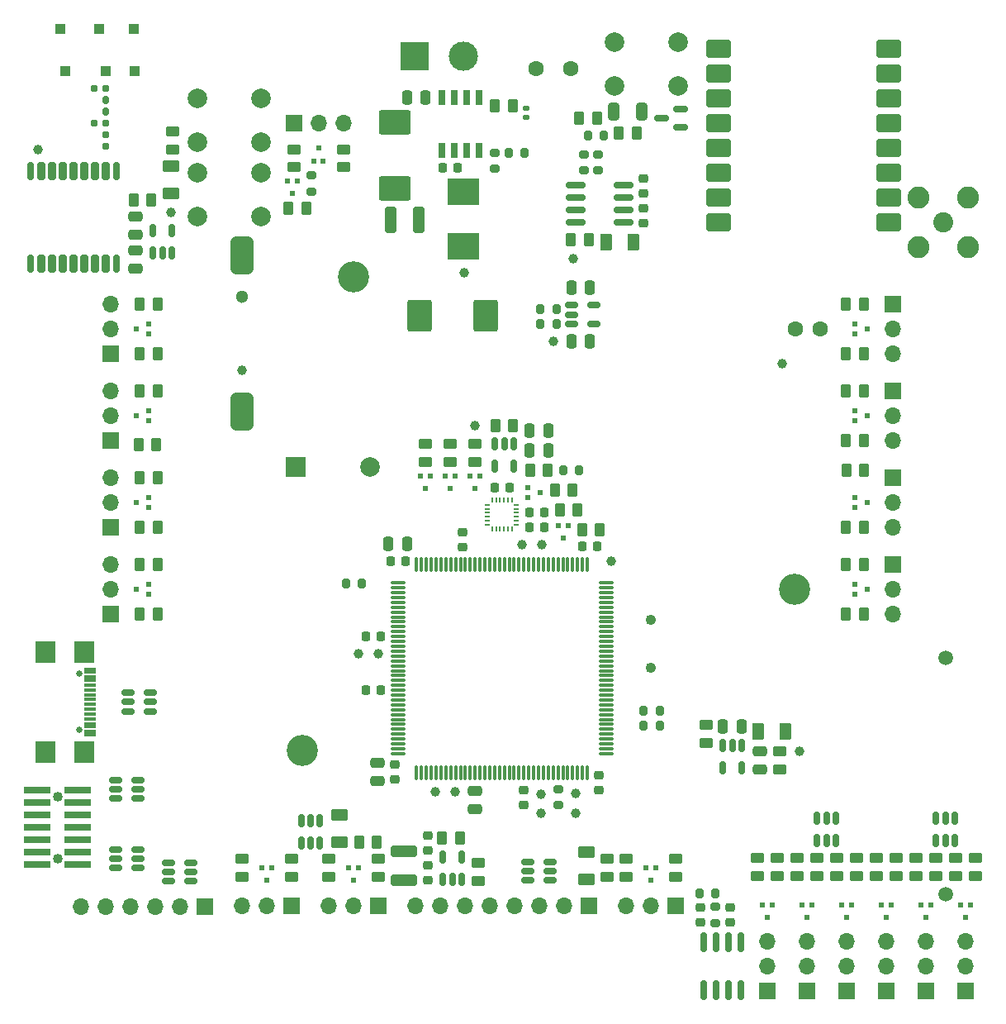
<source format=gts>
%TF.GenerationSoftware,KiCad,Pcbnew,7.0.9*%
%TF.CreationDate,2023-11-27T13:52:55+01:00*%
%TF.ProjectId,Avionus_Flight_Controller,4176696f-6e75-4735-9f46-6c696768745f,1.0*%
%TF.SameCoordinates,Original*%
%TF.FileFunction,Soldermask,Top*%
%TF.FilePolarity,Negative*%
%FSLAX46Y46*%
G04 Gerber Fmt 4.6, Leading zero omitted, Abs format (unit mm)*
G04 Created by KiCad (PCBNEW 7.0.9) date 2023-11-27 13:52:55*
%MOMM*%
%LPD*%
G01*
G04 APERTURE LIST*
G04 Aperture macros list*
%AMRoundRect*
0 Rectangle with rounded corners*
0 $1 Rounding radius*
0 $2 $3 $4 $5 $6 $7 $8 $9 X,Y pos of 4 corners*
0 Add a 4 corners polygon primitive as box body*
4,1,4,$2,$3,$4,$5,$6,$7,$8,$9,$2,$3,0*
0 Add four circle primitives for the rounded corners*
1,1,$1+$1,$2,$3*
1,1,$1+$1,$4,$5*
1,1,$1+$1,$6,$7*
1,1,$1+$1,$8,$9*
0 Add four rect primitives between the rounded corners*
20,1,$1+$1,$2,$3,$4,$5,0*
20,1,$1+$1,$4,$5,$6,$7,0*
20,1,$1+$1,$6,$7,$8,$9,0*
20,1,$1+$1,$8,$9,$2,$3,0*%
G04 Aperture macros list end*
%ADD10RoundRect,0.200000X-0.200000X-0.275000X0.200000X-0.275000X0.200000X0.275000X-0.200000X0.275000X0*%
%ADD11C,2.050000*%
%ADD12C,2.250000*%
%ADD13RoundRect,0.250000X0.262500X0.450000X-0.262500X0.450000X-0.262500X-0.450000X0.262500X-0.450000X0*%
%ADD14R,0.500000X0.600000*%
%ADD15RoundRect,0.225000X0.250000X-0.225000X0.250000X0.225000X-0.250000X0.225000X-0.250000X-0.225000X0*%
%ADD16RoundRect,0.250000X-0.625000X0.375000X-0.625000X-0.375000X0.625000X-0.375000X0.625000X0.375000X0*%
%ADD17R,1.700000X1.700000*%
%ADD18O,1.700000X1.700000*%
%ADD19RoundRect,0.225000X0.225000X0.250000X-0.225000X0.250000X-0.225000X-0.250000X0.225000X-0.250000X0*%
%ADD20RoundRect,0.150000X0.512500X0.150000X-0.512500X0.150000X-0.512500X-0.150000X0.512500X-0.150000X0*%
%ADD21RoundRect,0.200000X0.275000X-0.200000X0.275000X0.200000X-0.275000X0.200000X-0.275000X-0.200000X0*%
%ADD22C,1.000000*%
%ADD23C,1.080000*%
%ADD24RoundRect,0.250000X-0.262500X-0.450000X0.262500X-0.450000X0.262500X0.450000X-0.262500X0.450000X0*%
%ADD25RoundRect,0.250000X0.325000X0.650000X-0.325000X0.650000X-0.325000X-0.650000X0.325000X-0.650000X0*%
%ADD26RoundRect,0.225000X-0.250000X0.225000X-0.250000X-0.225000X0.250000X-0.225000X0.250000X0.225000X0*%
%ADD27C,2.000000*%
%ADD28RoundRect,0.150000X0.150000X-0.825000X0.150000X0.825000X-0.150000X0.825000X-0.150000X-0.825000X0*%
%ADD29R,0.600000X0.500000*%
%ADD30RoundRect,0.250000X-0.250000X-0.475000X0.250000X-0.475000X0.250000X0.475000X-0.250000X0.475000X0*%
%ADD31RoundRect,0.150000X-0.825000X-0.150000X0.825000X-0.150000X0.825000X0.150000X-0.825000X0.150000X0*%
%ADD32RoundRect,0.250000X0.450000X-0.262500X0.450000X0.262500X-0.450000X0.262500X-0.450000X-0.262500X0*%
%ADD33C,1.600000*%
%ADD34RoundRect,0.160000X-0.160000X0.197500X-0.160000X-0.197500X0.160000X-0.197500X0.160000X0.197500X0*%
%ADD35RoundRect,0.200000X-0.275000X0.200000X-0.275000X-0.200000X0.275000X-0.200000X0.275000X0.200000X0*%
%ADD36C,3.200000*%
%ADD37RoundRect,0.150000X-0.512500X-0.150000X0.512500X-0.150000X0.512500X0.150000X-0.512500X0.150000X0*%
%ADD38RoundRect,0.250000X0.375000X0.625000X-0.375000X0.625000X-0.375000X-0.625000X0.375000X-0.625000X0*%
%ADD39RoundRect,0.150000X-0.150000X0.512500X-0.150000X-0.512500X0.150000X-0.512500X0.150000X0.512500X0*%
%ADD40RoundRect,0.250000X0.475000X-0.250000X0.475000X0.250000X-0.475000X0.250000X-0.475000X-0.250000X0*%
%ADD41RoundRect,0.250000X1.400000X1.000000X-1.400000X1.000000X-1.400000X-1.000000X1.400000X-1.000000X0*%
%ADD42RoundRect,0.155000X-0.212500X-0.155000X0.212500X-0.155000X0.212500X0.155000X-0.212500X0.155000X0*%
%ADD43RoundRect,0.250000X-0.375000X-0.625000X0.375000X-0.625000X0.375000X0.625000X-0.375000X0.625000X0*%
%ADD44RoundRect,0.050000X0.050000X-0.225000X0.050000X0.225000X-0.050000X0.225000X-0.050000X-0.225000X0*%
%ADD45RoundRect,0.050000X0.225000X0.050000X-0.225000X0.050000X-0.225000X-0.050000X0.225000X-0.050000X0*%
%ADD46RoundRect,0.250000X-0.475000X0.250000X-0.475000X-0.250000X0.475000X-0.250000X0.475000X0.250000X0*%
%ADD47RoundRect,0.150000X0.587500X0.150000X-0.587500X0.150000X-0.587500X-0.150000X0.587500X-0.150000X0*%
%ADD48RoundRect,0.150000X0.150000X-0.512500X0.150000X0.512500X-0.150000X0.512500X-0.150000X-0.512500X0*%
%ADD49RoundRect,0.200000X0.200000X0.275000X-0.200000X0.275000X-0.200000X-0.275000X0.200000X-0.275000X0*%
%ADD50R,3.200000X2.800000*%
%ADD51RoundRect,0.250000X-0.450000X0.262500X-0.450000X-0.262500X0.450000X-0.262500X0.450000X0.262500X0*%
%ADD52RoundRect,0.250000X0.325000X1.100000X-0.325000X1.100000X-0.325000X-1.100000X0.325000X-1.100000X0*%
%ADD53RoundRect,0.155000X0.212500X0.155000X-0.212500X0.155000X-0.212500X-0.155000X0.212500X-0.155000X0*%
%ADD54RoundRect,0.250000X0.250000X0.475000X-0.250000X0.475000X-0.250000X-0.475000X0.250000X-0.475000X0*%
%ADD55C,0.650000*%
%ADD56R,1.150000X0.300000*%
%ADD57R,2.000000X2.180000*%
%ADD58RoundRect,0.225000X-0.225000X-0.250000X0.225000X-0.250000X0.225000X0.250000X-0.225000X0.250000X0*%
%ADD59RoundRect,0.160000X0.160000X-0.222500X0.160000X0.222500X-0.160000X0.222500X-0.160000X-0.222500X0*%
%ADD60R,0.650000X1.525000*%
%ADD61RoundRect,0.250000X-1.000000X1.400000X-1.000000X-1.400000X1.000000X-1.400000X1.000000X1.400000X0*%
%ADD62C,1.300000*%
%ADD63RoundRect,0.600000X0.600000X-1.350000X0.600000X1.350000X-0.600000X1.350000X-0.600000X-1.350000X0*%
%ADD64R,1.000000X1.000000*%
%ADD65RoundRect,0.140000X-0.170000X0.140000X-0.170000X-0.140000X0.170000X-0.140000X0.170000X0.140000X0*%
%ADD66RoundRect,0.075000X0.662500X0.075000X-0.662500X0.075000X-0.662500X-0.075000X0.662500X-0.075000X0*%
%ADD67RoundRect,0.075000X0.075000X0.662500X-0.075000X0.662500X-0.075000X-0.662500X0.075000X-0.662500X0*%
%ADD68RoundRect,0.178000X1.072000X0.712000X-1.072000X0.712000X-1.072000X-0.712000X1.072000X-0.712000X0*%
%ADD69R,3.000000X3.000000*%
%ADD70C,3.000000*%
%ADD71RoundRect,0.250000X1.100000X-0.325000X1.100000X0.325000X-1.100000X0.325000X-1.100000X-0.325000X0*%
%ADD72RoundRect,0.175000X0.175000X-0.725000X0.175000X0.725000X-0.175000X0.725000X-0.175000X-0.725000X0*%
%ADD73RoundRect,0.200000X0.200000X-0.700000X0.200000X0.700000X-0.200000X0.700000X-0.200000X-0.700000X0*%
%ADD74R,2.000000X2.000000*%
%ADD75C,1.020000*%
%ADD76R,2.790000X0.740000*%
%ADD77C,1.500000*%
G04 APERTURE END LIST*
D10*
%TO.C,R207*%
X76886300Y-39175800D03*
X78536300Y-39175800D03*
%TD*%
D11*
%TO.C,J901*%
X121412000Y-46228000D03*
D12*
X118872000Y-43688000D03*
X118872000Y-48768000D03*
X123952000Y-43688000D03*
X123952000Y-48768000D03*
%TD*%
D13*
%TO.C,R1221*%
X40917500Y-59690000D03*
X39092500Y-59690000D03*
%TD*%
D14*
%TO.C,Q1505*%
X73906000Y-72248000D03*
X72906000Y-72248000D03*
X73406000Y-73548000D03*
%TD*%
D13*
%TO.C,R1228*%
X113307500Y-86360000D03*
X111482500Y-86360000D03*
%TD*%
D15*
%TO.C,C212*%
X68580000Y-113678000D03*
X68580000Y-112128000D03*
%TD*%
D16*
%TO.C,D208*%
X59563000Y-106931000D03*
X59563000Y-109731000D03*
%TD*%
D17*
%TO.C,J1213*%
X116275000Y-54625000D03*
D18*
X116275000Y-57165000D03*
X116275000Y-59705000D03*
%TD*%
D19*
%TO.C,C208*%
X71641000Y-40690800D03*
X70091000Y-40690800D03*
%TD*%
D14*
%TO.C,Q1102*%
X61460000Y-112380000D03*
X60460000Y-112380000D03*
X60960000Y-113680000D03*
%TD*%
D20*
%TO.C,U1402*%
X44317500Y-113751400D03*
X44317500Y-112801400D03*
X44317500Y-111851400D03*
X42042500Y-111851400D03*
X42042500Y-112801400D03*
X42042500Y-113751400D03*
%TD*%
D14*
%TO.C,Q1101*%
X52570000Y-112380000D03*
X51570000Y-112380000D03*
X52070000Y-113680000D03*
%TD*%
D21*
%TO.C,R221*%
X98044000Y-118046000D03*
X98044000Y-116396000D03*
%TD*%
D17*
%TO.C,J1203*%
X111506000Y-124968000D03*
D18*
X111506000Y-122428000D03*
X111506000Y-119888000D03*
%TD*%
D22*
%TO.C,TP308*%
X83718400Y-104749600D03*
%TD*%
D23*
%TO.C,Y301*%
X91440000Y-86968000D03*
X91440000Y-91848000D03*
%TD*%
D24*
%TO.C,R1218*%
X39092500Y-63500000D03*
X40917500Y-63500000D03*
%TD*%
D20*
%TO.C,U402*%
X38881900Y-105293200D03*
X38881900Y-104343200D03*
X38881900Y-103393200D03*
X36606900Y-103393200D03*
X36606900Y-104343200D03*
X36606900Y-105293200D03*
%TD*%
D25*
%TO.C,C202*%
X90565500Y-34934000D03*
X87615500Y-34934000D03*
%TD*%
D26*
%TO.C,C220*%
X90678000Y-41770000D03*
X90678000Y-43320000D03*
%TD*%
D22*
%TO.C,TP801*%
X87376000Y-80975200D03*
%TD*%
D27*
%TO.C,SW201*%
X94245500Y-32258000D03*
X87745500Y-32258000D03*
X94245500Y-27758000D03*
X87745500Y-27758000D03*
%TD*%
D22*
%TO.C,TP302*%
X61468000Y-90474800D03*
%TD*%
D10*
%TO.C,R217*%
X80150200Y-55168800D03*
X81800200Y-55168800D03*
%TD*%
D28*
%TO.C,U209*%
X96901000Y-124903000D03*
X98171000Y-124903000D03*
X99441000Y-124903000D03*
X100711000Y-124903000D03*
X100711000Y-119953000D03*
X99441000Y-119953000D03*
X98171000Y-119953000D03*
X96901000Y-119953000D03*
%TD*%
D22*
%TO.C,TP305*%
X83718400Y-106781600D03*
%TD*%
D13*
%TO.C,R1223*%
X40917500Y-77470000D03*
X39092500Y-77470000D03*
%TD*%
D17*
%TO.C,J1201*%
X103378000Y-124968000D03*
D18*
X103378000Y-122428000D03*
X103378000Y-119888000D03*
%TD*%
D29*
%TO.C,Q1215*%
X112380000Y-74430000D03*
X112380000Y-75430000D03*
X113680000Y-74930000D03*
%TD*%
D22*
%TO.C,TP207*%
X72288400Y-51409600D03*
%TD*%
D13*
%TO.C,R1226*%
X113307500Y-68580000D03*
X111482500Y-68580000D03*
%TD*%
D29*
%TO.C,Q1212*%
X40020000Y-84320000D03*
X40020000Y-83320000D03*
X38720000Y-83820000D03*
%TD*%
D21*
%TO.C,R229*%
X56642000Y-43116000D03*
X56642000Y-41466000D03*
%TD*%
D30*
%TO.C,C218*%
X83317000Y-58420000D03*
X85217000Y-58420000D03*
%TD*%
D17*
%TO.C,J1102*%
X63485000Y-116275000D03*
D18*
X60945000Y-116275000D03*
X58405000Y-116275000D03*
%TD*%
D31*
%TO.C,U208*%
X83758000Y-42418000D03*
X83758000Y-43688000D03*
X83758000Y-44958000D03*
X83758000Y-46228000D03*
X88708000Y-46228000D03*
X88708000Y-44958000D03*
X88708000Y-43688000D03*
X88708000Y-42418000D03*
%TD*%
D32*
%TO.C,R1204*%
X116586000Y-113180500D03*
X116586000Y-111355500D03*
%TD*%
D13*
%TO.C,R228*%
X56157500Y-44831000D03*
X54332500Y-44831000D03*
%TD*%
D33*
%TO.C,C226*%
X106319000Y-57150000D03*
X108819000Y-57150000D03*
%TD*%
D10*
%TO.C,R303*%
X60185800Y-83261200D03*
X61835800Y-83261200D03*
%TD*%
D34*
%TO.C,R1001*%
X35558000Y-37260500D03*
X35558000Y-38455500D03*
%TD*%
D27*
%TO.C,SW301*%
X45010000Y-41184000D03*
X51510000Y-41184000D03*
X45010000Y-45684000D03*
X51510000Y-45684000D03*
%TD*%
D32*
%TO.C,R1214*%
X122682000Y-113180500D03*
X122682000Y-111355500D03*
%TD*%
D22*
%TO.C,TP301*%
X63500000Y-90474800D03*
%TD*%
D13*
%TO.C,R1224*%
X40917500Y-86360000D03*
X39092500Y-86360000D03*
%TD*%
D24*
%TO.C,R210*%
X84114000Y-35569000D03*
X85939000Y-35569000D03*
%TD*%
D13*
%TO.C,R202*%
X71905500Y-109347000D03*
X70080500Y-109347000D03*
%TD*%
D24*
%TO.C,R1220*%
X39092500Y-81280000D03*
X40917500Y-81280000D03*
%TD*%
D17*
%TO.C,J1214*%
X116275000Y-63515000D03*
D18*
X116275000Y-66055000D03*
X116275000Y-68595000D03*
%TD*%
D32*
%TO.C,R1202*%
X108458000Y-113180500D03*
X108458000Y-111355500D03*
%TD*%
D22*
%TO.C,TP206*%
X81473000Y-58420000D03*
%TD*%
D35*
%TO.C,R304*%
X81950000Y-104331000D03*
X81950000Y-105981000D03*
%TD*%
D17*
%TO.C,J1202*%
X107442000Y-124968000D03*
D18*
X107442000Y-122428000D03*
X107442000Y-119888000D03*
%TD*%
D22*
%TO.C,TP204*%
X73406000Y-67056000D03*
%TD*%
%TO.C,TP310*%
X71424800Y-104597200D03*
%TD*%
D30*
%TO.C,C210*%
X79060000Y-67564000D03*
X80960000Y-67564000D03*
%TD*%
D36*
%TO.C,H103*%
X60960000Y-51816000D03*
%TD*%
D22*
%TO.C,TP306*%
X80213200Y-106781600D03*
%TD*%
D32*
%TO.C,R1206*%
X106426000Y-113180500D03*
X106426000Y-111355500D03*
%TD*%
D37*
%TO.C,U207*%
X83378000Y-54742000D03*
X83378000Y-55692000D03*
X83378000Y-56642000D03*
X85653000Y-56642000D03*
X85653000Y-54742000D03*
%TD*%
D32*
%TO.C,R1215*%
X54849000Y-40583000D03*
X54849000Y-38758000D03*
%TD*%
D24*
%TO.C,R208*%
X75541500Y-67056000D03*
X77366500Y-67056000D03*
%TD*%
D33*
%TO.C,C205*%
X79720500Y-30489000D03*
X83220500Y-30489000D03*
%TD*%
D21*
%TO.C,R206*%
X75476100Y-40762800D03*
X75476100Y-39112800D03*
%TD*%
D15*
%TO.C,C224*%
X99568000Y-117996000D03*
X99568000Y-116446000D03*
%TD*%
D26*
%TO.C,C305*%
X65176400Y-101790200D03*
X65176400Y-103340200D03*
%TD*%
D32*
%TO.C,R1209*%
X120650000Y-113180500D03*
X120650000Y-111355500D03*
%TD*%
D26*
%TO.C,C221*%
X96520000Y-116446000D03*
X96520000Y-117996000D03*
%TD*%
D21*
%TO.C,R222*%
X86055200Y-40957000D03*
X86055200Y-39307000D03*
%TD*%
D14*
%TO.C,Q1205*%
X120134000Y-116190000D03*
X119134000Y-116190000D03*
X119634000Y-117490000D03*
%TD*%
D16*
%TO.C,D205*%
X42291000Y-40510000D03*
X42291000Y-43310000D03*
%TD*%
D17*
%TO.C,J1207*%
X54864000Y-36068000D03*
D18*
X57404000Y-36068000D03*
X59944000Y-36068000D03*
%TD*%
D26*
%TO.C,C316*%
X78450000Y-104381000D03*
X78450000Y-105931000D03*
%TD*%
D38*
%TO.C,D204*%
X89665000Y-48260000D03*
X86865000Y-48260000D03*
%TD*%
D22*
%TO.C,TP201*%
X106680000Y-100457000D03*
%TD*%
%TO.C,TP303*%
X80264000Y-79248000D03*
%TD*%
%TO.C,TP307*%
X80213200Y-104800400D03*
%TD*%
D17*
%TO.C,J1216*%
X116275000Y-81295000D03*
D18*
X116275000Y-83835000D03*
X116275000Y-86375000D03*
%TD*%
D39*
%TO.C,U201*%
X100772000Y-99827500D03*
X99822000Y-99827500D03*
X98872000Y-99827500D03*
X98872000Y-102102500D03*
X100772000Y-102102500D03*
%TD*%
D19*
%TO.C,C308*%
X66307000Y-80924400D03*
X64757000Y-80924400D03*
%TD*%
D40*
%TO.C,C203*%
X102616000Y-102296000D03*
X102616000Y-100396000D03*
%TD*%
D41*
%TO.C,D202*%
X65214500Y-42779000D03*
X65214500Y-35979000D03*
%TD*%
D32*
%TO.C,R1205*%
X102362000Y-113180500D03*
X102362000Y-111355500D03*
%TD*%
D39*
%TO.C,U205*%
X77404000Y-68966500D03*
X76454000Y-68966500D03*
X75504000Y-68966500D03*
X75504000Y-71241500D03*
X77404000Y-71241500D03*
%TD*%
D22*
%TO.C,TP1001*%
X28600400Y-38811200D03*
%TD*%
D14*
%TO.C,Q1203*%
X112006000Y-116190000D03*
X111006000Y-116190000D03*
X111506000Y-117490000D03*
%TD*%
D42*
%TO.C,C1001*%
X34423000Y-36080000D03*
X35558000Y-36080000D03*
%TD*%
D24*
%TO.C,R1217*%
X39092500Y-54610000D03*
X40917500Y-54610000D03*
%TD*%
D43*
%TO.C,D206*%
X102486000Y-98425000D03*
X105286000Y-98425000D03*
%TD*%
D14*
%TO.C,Q1202*%
X107942000Y-116190000D03*
X106942000Y-116190000D03*
X107442000Y-117490000D03*
%TD*%
D10*
%TO.C,R223*%
X96457000Y-114985800D03*
X98107000Y-114985800D03*
%TD*%
D44*
%TO.C,U1501*%
X75200000Y-77700000D03*
X75600000Y-77700000D03*
X76000000Y-77700000D03*
X76400000Y-77700000D03*
X76800000Y-77700000D03*
X77200000Y-77700000D03*
D45*
X77700000Y-77200000D03*
X77700000Y-76800000D03*
X77700000Y-76400000D03*
X77700000Y-76000000D03*
X77700000Y-75600000D03*
X77700000Y-75200000D03*
D44*
X77200000Y-74700000D03*
X76800000Y-74700000D03*
X76400000Y-74700000D03*
X76000000Y-74700000D03*
X75600000Y-74700000D03*
X75200000Y-74700000D03*
D45*
X74700000Y-75200000D03*
X74700000Y-75600000D03*
X74700000Y-76000000D03*
X74700000Y-76400000D03*
X74700000Y-76800000D03*
X74700000Y-77200000D03*
%TD*%
D13*
%TO.C,R1501*%
X80922500Y-71628000D03*
X79097500Y-71628000D03*
%TD*%
D17*
%TO.C,J1211*%
X36125000Y-77455000D03*
D18*
X36125000Y-74915000D03*
X36125000Y-72375000D03*
%TD*%
D29*
%TO.C,Q1216*%
X112380000Y-83320000D03*
X112380000Y-84320000D03*
X113680000Y-83820000D03*
%TD*%
D46*
%TO.C,C321*%
X73450000Y-104460000D03*
X73450000Y-106360000D03*
%TD*%
D47*
%TO.C,D201*%
X94473000Y-36519000D03*
X94473000Y-34619000D03*
X92598000Y-35569000D03*
%TD*%
D14*
%TO.C,Q1206*%
X124198000Y-116190000D03*
X123198000Y-116190000D03*
X123698000Y-117490000D03*
%TD*%
D32*
%TO.C,R1502*%
X68326000Y-70762500D03*
X68326000Y-68937500D03*
%TD*%
D14*
%TO.C,Q1201*%
X103878000Y-116190000D03*
X102878000Y-116190000D03*
X103378000Y-117490000D03*
%TD*%
D17*
%TO.C,J1210*%
X36125000Y-68565000D03*
D18*
X36125000Y-66025000D03*
X36125000Y-63485000D03*
%TD*%
D40*
%TO.C,C215*%
X38608000Y-47559000D03*
X38608000Y-45659000D03*
%TD*%
D36*
%TO.C,H102*%
X106172000Y-83820000D03*
%TD*%
D48*
%TO.C,U1201*%
X108524000Y-109595500D03*
X109474000Y-109595500D03*
X110424000Y-109595500D03*
X110424000Y-107320500D03*
X109474000Y-107320500D03*
X108524000Y-107320500D03*
%TD*%
D40*
%TO.C,C209*%
X38608000Y-50988000D03*
X38608000Y-49088000D03*
%TD*%
D49*
%TO.C,R302*%
X92392000Y-96266000D03*
X90742000Y-96266000D03*
%TD*%
D32*
%TO.C,R1208*%
X114554000Y-113180500D03*
X114554000Y-111355500D03*
%TD*%
D50*
%TO.C,L201*%
X72275700Y-43132200D03*
X72275700Y-48732200D03*
%TD*%
D49*
%TO.C,R301*%
X92392000Y-97790000D03*
X90742000Y-97790000D03*
%TD*%
D24*
%TO.C,R1503*%
X82145500Y-75692000D03*
X83970500Y-75692000D03*
%TD*%
D51*
%TO.C,R1306*%
X42418000Y-36933500D03*
X42418000Y-38758500D03*
%TD*%
D22*
%TO.C,TP203*%
X42291000Y-45212000D03*
%TD*%
D24*
%TO.C,R1231*%
X111507900Y-71628000D03*
X113332900Y-71628000D03*
%TD*%
%TO.C,R1506*%
X81637500Y-73660000D03*
X83462500Y-73660000D03*
%TD*%
%TO.C,R1219*%
X39092500Y-72390000D03*
X40917500Y-72390000D03*
%TD*%
D14*
%TO.C,Q1503*%
X82999200Y-77328000D03*
X81999200Y-77328000D03*
X82499200Y-78628000D03*
%TD*%
D48*
%TO.C,U1202*%
X120716000Y-109595500D03*
X121666000Y-109595500D03*
X122616000Y-109595500D03*
X122616000Y-107320500D03*
X121666000Y-107320500D03*
X120716000Y-107320500D03*
%TD*%
D32*
%TO.C,R232*%
X104648000Y-102258500D03*
X104648000Y-100433500D03*
%TD*%
D29*
%TO.C,Q1501*%
X78852000Y-73414000D03*
X78852000Y-74414000D03*
X80152000Y-73914000D03*
%TD*%
D14*
%TO.C,Q1204*%
X116070000Y-116190000D03*
X115070000Y-116190000D03*
X115570000Y-117490000D03*
%TD*%
D16*
%TO.C,D209*%
X84836000Y-110741000D03*
X84836000Y-113541000D03*
%TD*%
D52*
%TO.C,C219*%
X67705500Y-45983000D03*
X64755500Y-45983000D03*
%TD*%
D30*
%TO.C,C303*%
X64582000Y-79197200D03*
X66482000Y-79197200D03*
%TD*%
D32*
%TO.C,R1207*%
X110490000Y-113180500D03*
X110490000Y-111355500D03*
%TD*%
D53*
%TO.C,C1002*%
X35558000Y-32524000D03*
X34423000Y-32524000D03*
%TD*%
D22*
%TO.C,TP309*%
X69392800Y-104597200D03*
%TD*%
D54*
%TO.C,C206*%
X68348900Y-33435400D03*
X66448900Y-33435400D03*
%TD*%
D55*
%TO.C,J801*%
X32871972Y-92497600D03*
X32871972Y-98277600D03*
D56*
X33946972Y-92037600D03*
X33946972Y-92837600D03*
X33946972Y-94137600D03*
X33946972Y-95137600D03*
X33946972Y-95637600D03*
X33946972Y-96637600D03*
X33946972Y-97937600D03*
X33946972Y-98737600D03*
X33946972Y-98437600D03*
X33946972Y-97637600D03*
X33946972Y-97137600D03*
X33946972Y-96137600D03*
X33946972Y-94637600D03*
X33946972Y-93637600D03*
X33946972Y-93137600D03*
X33946972Y-92337600D03*
D57*
X33371972Y-90277600D03*
X29441972Y-90277600D03*
X33371972Y-100497600D03*
X29441972Y-100497600D03*
%TD*%
D32*
%TO.C,R1213*%
X118618000Y-113180500D03*
X118618000Y-111355500D03*
%TD*%
D17*
%TO.C,J1209*%
X36125000Y-59675000D03*
D18*
X36125000Y-57135000D03*
X36125000Y-54595000D03*
%TD*%
D13*
%TO.C,R1225*%
X113307500Y-59690000D03*
X111482500Y-59690000D03*
%TD*%
D19*
%TO.C,C307*%
X63767000Y-88685000D03*
X62217000Y-88685000D03*
%TD*%
D48*
%TO.C,U1101*%
X55641200Y-109798700D03*
X56591200Y-109798700D03*
X57541200Y-109798700D03*
X57541200Y-107523700D03*
X56591200Y-107523700D03*
X55641200Y-107523700D03*
%TD*%
D13*
%TO.C,R234*%
X63396500Y-109728000D03*
X61571500Y-109728000D03*
%TD*%
%TO.C,R205*%
X77303000Y-34299000D03*
X75478000Y-34299000D03*
%TD*%
D29*
%TO.C,Q1210*%
X40020000Y-66540000D03*
X40020000Y-65540000D03*
X38720000Y-66040000D03*
%TD*%
D19*
%TO.C,C1503*%
X76975000Y-73406000D03*
X75425000Y-73406000D03*
%TD*%
D58*
%TO.C,C1501*%
X78981000Y-75946000D03*
X80531000Y-75946000D03*
%TD*%
D17*
%TO.C,J1401*%
X85075000Y-116275000D03*
D18*
X82535000Y-116275000D03*
X79995000Y-116275000D03*
X77455000Y-116275000D03*
X74915000Y-116275000D03*
X72375000Y-116275000D03*
X69835000Y-116275000D03*
X67295000Y-116275000D03*
%TD*%
D58*
%TO.C,C309*%
X84416600Y-79451200D03*
X85966600Y-79451200D03*
%TD*%
D17*
%TO.C,J1101*%
X54595000Y-116275000D03*
D18*
X52055000Y-116275000D03*
X49515000Y-116275000D03*
%TD*%
D27*
%TO.C,SW1301*%
X45010000Y-33564000D03*
X51510000Y-33564000D03*
X45010000Y-38064000D03*
X51510000Y-38064000D03*
%TD*%
D24*
%TO.C,R1230*%
X111482500Y-63500000D03*
X113307500Y-63500000D03*
%TD*%
D59*
%TO.C,L1001*%
X35558000Y-34874500D03*
X35558000Y-33729500D03*
%TD*%
D60*
%TO.C,U202*%
X70040500Y-38916000D03*
X71310500Y-38916000D03*
X72580500Y-38916000D03*
X73850500Y-38916000D03*
X73850500Y-33492000D03*
X72580500Y-33492000D03*
X71310500Y-33492000D03*
X70040500Y-33492000D03*
%TD*%
D24*
%TO.C,R1229*%
X111482500Y-54610000D03*
X113307500Y-54610000D03*
%TD*%
D32*
%TO.C,R1102*%
X58420000Y-113307500D03*
X58420000Y-111482500D03*
%TD*%
D24*
%TO.C,R230*%
X83288500Y-48006000D03*
X85113500Y-48006000D03*
%TD*%
D32*
%TO.C,R1505*%
X73406000Y-70762500D03*
X73406000Y-68937500D03*
%TD*%
D51*
%TO.C,R1212*%
X88900000Y-111482500D03*
X88900000Y-113307500D03*
%TD*%
D14*
%TO.C,Q1207*%
X56889000Y-39963000D03*
X57889000Y-39963000D03*
X57389000Y-38663000D03*
%TD*%
D51*
%TO.C,R1216*%
X93980000Y-111482500D03*
X93980000Y-113307500D03*
%TD*%
D17*
%TO.C,J1212*%
X36125000Y-86345000D03*
D18*
X36125000Y-83805000D03*
X36125000Y-81265000D03*
%TD*%
D48*
%TO.C,U203*%
X70170000Y-113532500D03*
X71120000Y-113532500D03*
X72070000Y-113532500D03*
X72070000Y-111257500D03*
X70170000Y-111257500D03*
%TD*%
D14*
%TO.C,Q1502*%
X68826000Y-72248000D03*
X67826000Y-72248000D03*
X68326000Y-73548000D03*
%TD*%
D61*
%TO.C,D203*%
X74545400Y-55854600D03*
X67745400Y-55854600D03*
%TD*%
D30*
%TO.C,C213*%
X83317000Y-52959000D03*
X85217000Y-52959000D03*
%TD*%
D32*
%TO.C,R1203*%
X112522000Y-113180500D03*
X112522000Y-111355500D03*
%TD*%
D30*
%TO.C,C216*%
X79060000Y-69596000D03*
X80960000Y-69596000D03*
%TD*%
D13*
%TO.C,R1227*%
X113307500Y-77470000D03*
X111482500Y-77470000D03*
%TD*%
D40*
%TO.C,C304*%
X63449200Y-103515200D03*
X63449200Y-101615200D03*
%TD*%
D22*
%TO.C,BT201*%
X49530000Y-61408000D03*
D62*
X49530000Y-53908000D03*
D63*
X49530000Y-49658000D03*
X49530000Y-65658000D03*
%TD*%
D32*
%TO.C,R1101*%
X49530000Y-113307500D03*
X49530000Y-111482500D03*
%TD*%
D51*
%TO.C,R1211*%
X59929000Y-38758000D03*
X59929000Y-40583000D03*
%TD*%
D22*
%TO.C,TP304*%
X78232000Y-79248000D03*
%TD*%
D32*
%TO.C,R204*%
X97155000Y-99591500D03*
X97155000Y-97766500D03*
%TD*%
%TO.C,R203*%
X73787000Y-113688500D03*
X73787000Y-111863500D03*
%TD*%
D26*
%TO.C,C223*%
X90678000Y-44818000D03*
X90678000Y-46368000D03*
%TD*%
D64*
%TO.C,AE1001*%
X30925200Y-26454800D03*
X31455200Y-30784800D03*
X34925200Y-26454800D03*
X38425200Y-26454800D03*
X35555200Y-30784800D03*
X38555200Y-30784800D03*
%TD*%
D21*
%TO.C,R220*%
X84582000Y-40957000D03*
X84582000Y-39307000D03*
%TD*%
D10*
%TO.C,R225*%
X82487000Y-71678800D03*
X84137000Y-71678800D03*
%TD*%
D54*
%TO.C,C201*%
X100772000Y-97917000D03*
X98872000Y-97917000D03*
%TD*%
D32*
%TO.C,R1210*%
X124714000Y-113180500D03*
X124714000Y-111355500D03*
%TD*%
D26*
%TO.C,C204*%
X68580000Y-109080000D03*
X68580000Y-110630000D03*
%TD*%
D29*
%TO.C,Q1211*%
X40020000Y-75430000D03*
X40020000Y-74430000D03*
X38720000Y-74930000D03*
%TD*%
D51*
%TO.C,R1104*%
X63500000Y-111482500D03*
X63500000Y-113307500D03*
%TD*%
%TO.C,R1103*%
X54610000Y-111482500D03*
X54610000Y-113307500D03*
%TD*%
D58*
%TO.C,C1502*%
X78981000Y-77470000D03*
X80531000Y-77470000D03*
%TD*%
D24*
%TO.C,R1232*%
X111482500Y-81280000D03*
X113307500Y-81280000D03*
%TD*%
D65*
%TO.C,C207*%
X78676500Y-34553000D03*
X78676500Y-35513000D03*
%TD*%
D29*
%TO.C,Q1213*%
X112380000Y-56650000D03*
X112380000Y-57650000D03*
X113680000Y-57150000D03*
%TD*%
%TO.C,Q1214*%
X112380000Y-65540000D03*
X112380000Y-66540000D03*
X113680000Y-66040000D03*
%TD*%
D17*
%TO.C,J1208*%
X93965000Y-116275000D03*
D18*
X91425000Y-116275000D03*
X88885000Y-116275000D03*
%TD*%
D14*
%TO.C,Q201*%
X55237000Y-42022000D03*
X54237000Y-42022000D03*
X54737000Y-43322000D03*
%TD*%
D66*
%TO.C,U301*%
X86862500Y-100685000D03*
X86862500Y-100185000D03*
X86862500Y-99685000D03*
X86862500Y-99185000D03*
X86862500Y-98685000D03*
X86862500Y-98185000D03*
X86862500Y-97685000D03*
X86862500Y-97185000D03*
X86862500Y-96685000D03*
X86862500Y-96185000D03*
X86862500Y-95685000D03*
X86862500Y-95185000D03*
X86862500Y-94685000D03*
X86862500Y-94185000D03*
X86862500Y-93685000D03*
X86862500Y-93185000D03*
X86862500Y-92685000D03*
X86862500Y-92185000D03*
X86862500Y-91685000D03*
X86862500Y-91185000D03*
X86862500Y-90685000D03*
X86862500Y-90185000D03*
X86862500Y-89685000D03*
X86862500Y-89185000D03*
X86862500Y-88685000D03*
X86862500Y-88185000D03*
X86862500Y-87685000D03*
X86862500Y-87185000D03*
X86862500Y-86685000D03*
X86862500Y-86185000D03*
X86862500Y-85685000D03*
X86862500Y-85185000D03*
X86862500Y-84685000D03*
X86862500Y-84185000D03*
X86862500Y-83685000D03*
X86862500Y-83185000D03*
D67*
X84950000Y-81272500D03*
X84450000Y-81272500D03*
X83950000Y-81272500D03*
X83450000Y-81272500D03*
X82950000Y-81272500D03*
X82450000Y-81272500D03*
X81950000Y-81272500D03*
X81450000Y-81272500D03*
X80950000Y-81272500D03*
X80450000Y-81272500D03*
X79950000Y-81272500D03*
X79450000Y-81272500D03*
X78950000Y-81272500D03*
X78450000Y-81272500D03*
X77950000Y-81272500D03*
X77450000Y-81272500D03*
X76950000Y-81272500D03*
X76450000Y-81272500D03*
X75950000Y-81272500D03*
X75450000Y-81272500D03*
X74950000Y-81272500D03*
X74450000Y-81272500D03*
X73950000Y-81272500D03*
X73450000Y-81272500D03*
X72950000Y-81272500D03*
X72450000Y-81272500D03*
X71950000Y-81272500D03*
X71450000Y-81272500D03*
X70950000Y-81272500D03*
X70450000Y-81272500D03*
X69950000Y-81272500D03*
X69450000Y-81272500D03*
X68950000Y-81272500D03*
X68450000Y-81272500D03*
X67950000Y-81272500D03*
X67450000Y-81272500D03*
D66*
X65537500Y-83185000D03*
X65537500Y-83685000D03*
X65537500Y-84185000D03*
X65537500Y-84685000D03*
X65537500Y-85185000D03*
X65537500Y-85685000D03*
X65537500Y-86185000D03*
X65537500Y-86685000D03*
X65537500Y-87185000D03*
X65537500Y-87685000D03*
X65537500Y-88185000D03*
X65537500Y-88685000D03*
X65537500Y-89185000D03*
X65537500Y-89685000D03*
X65537500Y-90185000D03*
X65537500Y-90685000D03*
X65537500Y-91185000D03*
X65537500Y-91685000D03*
X65537500Y-92185000D03*
X65537500Y-92685000D03*
X65537500Y-93185000D03*
X65537500Y-93685000D03*
X65537500Y-94185000D03*
X65537500Y-94685000D03*
X65537500Y-95185000D03*
X65537500Y-95685000D03*
X65537500Y-96185000D03*
X65537500Y-96685000D03*
X65537500Y-97185000D03*
X65537500Y-97685000D03*
X65537500Y-98185000D03*
X65537500Y-98685000D03*
X65537500Y-99185000D03*
X65537500Y-99685000D03*
X65537500Y-100185000D03*
X65537500Y-100685000D03*
D67*
X67450000Y-102597500D03*
X67950000Y-102597500D03*
X68450000Y-102597500D03*
X68950000Y-102597500D03*
X69450000Y-102597500D03*
X69950000Y-102597500D03*
X70450000Y-102597500D03*
X70950000Y-102597500D03*
X71450000Y-102597500D03*
X71950000Y-102597500D03*
X72450000Y-102597500D03*
X72950000Y-102597500D03*
X73450000Y-102597500D03*
X73950000Y-102597500D03*
X74450000Y-102597500D03*
X74950000Y-102597500D03*
X75450000Y-102597500D03*
X75950000Y-102597500D03*
X76450000Y-102597500D03*
X76950000Y-102597500D03*
X77450000Y-102597500D03*
X77950000Y-102597500D03*
X78450000Y-102597500D03*
X78950000Y-102597500D03*
X79450000Y-102597500D03*
X79950000Y-102597500D03*
X80450000Y-102597500D03*
X80950000Y-102597500D03*
X81450000Y-102597500D03*
X81950000Y-102597500D03*
X82450000Y-102597500D03*
X82950000Y-102597500D03*
X83450000Y-102597500D03*
X83950000Y-102597500D03*
X84450000Y-102597500D03*
X84950000Y-102597500D03*
%TD*%
D37*
%TO.C,U1401*%
X78872500Y-111775200D03*
X78872500Y-112725200D03*
X78872500Y-113675200D03*
X81147500Y-113675200D03*
X81147500Y-112725200D03*
X81147500Y-111775200D03*
%TD*%
D68*
%TO.C,U901*%
X115863000Y-46228000D03*
X115863000Y-43688000D03*
X115863000Y-41148000D03*
X115863000Y-38608000D03*
X115863000Y-36068000D03*
X115863000Y-33528000D03*
X115863000Y-30988000D03*
X115863000Y-28448000D03*
X98413000Y-28448000D03*
X98413000Y-30988000D03*
X98413000Y-33528000D03*
X98413000Y-36068000D03*
X98413000Y-38608000D03*
X98413000Y-41148000D03*
X98413000Y-43688000D03*
X98413000Y-46228000D03*
%TD*%
D69*
%TO.C,J201*%
X67259200Y-29210000D03*
D70*
X72259200Y-29210000D03*
%TD*%
D71*
%TO.C,C214*%
X66167000Y-113616000D03*
X66167000Y-110666000D03*
%TD*%
D32*
%TO.C,R235*%
X86995000Y-113307500D03*
X86995000Y-111482500D03*
%TD*%
D14*
%TO.C,Q1208*%
X91940000Y-112380000D03*
X90940000Y-112380000D03*
X91440000Y-113680000D03*
%TD*%
D17*
%TO.C,J1215*%
X116275000Y-72405000D03*
D18*
X116275000Y-74945000D03*
X116275000Y-77485000D03*
%TD*%
D15*
%TO.C,C312*%
X72186800Y-79565800D03*
X72186800Y-78015800D03*
%TD*%
D24*
%TO.C,R1508*%
X84431500Y-77724000D03*
X86256500Y-77724000D03*
%TD*%
D13*
%TO.C,R201*%
X90003000Y-37093000D03*
X88178000Y-37093000D03*
%TD*%
D17*
%TO.C,J1206*%
X123698000Y-124968000D03*
D18*
X123698000Y-122428000D03*
X123698000Y-119888000D03*
%TD*%
D22*
%TO.C,TP208*%
X83515200Y-49987200D03*
%TD*%
D72*
%TO.C,U1001*%
X27858000Y-50470000D03*
D73*
X28958000Y-50470000D03*
X30058000Y-50470000D03*
X31158000Y-50470000D03*
X32258000Y-50470000D03*
X33358000Y-50470000D03*
X34458000Y-50470000D03*
X35558000Y-50470000D03*
D72*
X36658000Y-50470000D03*
X36658000Y-40970000D03*
D73*
X35558000Y-40970000D03*
X34458000Y-40970000D03*
X33358000Y-40970000D03*
X32258000Y-40970000D03*
X31158000Y-40970000D03*
X30058000Y-40970000D03*
X28958000Y-40970000D03*
D72*
X27858000Y-40970000D03*
%TD*%
D10*
%TO.C,R214*%
X85012000Y-37338000D03*
X86662000Y-37338000D03*
%TD*%
D17*
%TO.C,J1204*%
X115570000Y-124968000D03*
D18*
X115570000Y-122428000D03*
X115570000Y-119888000D03*
%TD*%
D17*
%TO.C,J1402*%
X45720000Y-116332000D03*
D18*
X43180000Y-116332000D03*
X40640000Y-116332000D03*
X38100000Y-116332000D03*
X35560000Y-116332000D03*
X33020000Y-116332000D03*
%TD*%
D17*
%TO.C,J1205*%
X119634000Y-124968000D03*
D18*
X119634000Y-122428000D03*
X119634000Y-119888000D03*
%TD*%
D14*
%TO.C,Q1504*%
X71366000Y-72248000D03*
X70366000Y-72248000D03*
X70866000Y-73548000D03*
%TD*%
D32*
%TO.C,R1201*%
X104394000Y-113180500D03*
X104394000Y-111355500D03*
%TD*%
D26*
%TO.C,C313*%
X86106000Y-102907800D03*
X86106000Y-104457800D03*
%TD*%
D22*
%TO.C,TP209*%
X104902000Y-60706000D03*
%TD*%
D20*
%TO.C,U801*%
X40163972Y-96337600D03*
X40163972Y-95387600D03*
X40163972Y-94437600D03*
X37888972Y-94437600D03*
X37888972Y-95387600D03*
X37888972Y-96337600D03*
%TD*%
D24*
%TO.C,R231*%
X38457500Y-43942000D03*
X40282500Y-43942000D03*
%TD*%
D20*
%TO.C,U401*%
X38881900Y-112405200D03*
X38881900Y-111455200D03*
X38881900Y-110505200D03*
X36606900Y-110505200D03*
X36606900Y-111455200D03*
X36606900Y-112405200D03*
%TD*%
D29*
%TO.C,Q1209*%
X40020000Y-57650000D03*
X40020000Y-56650000D03*
X38720000Y-57150000D03*
%TD*%
D36*
%TO.C,H101*%
X55727600Y-100330000D03*
%TD*%
D13*
%TO.C,R1222*%
X40790500Y-69037200D03*
X38965500Y-69037200D03*
%TD*%
D49*
%TO.C,R213*%
X81800200Y-56642000D03*
X80150200Y-56642000D03*
%TD*%
D74*
%TO.C,BZ1301*%
X55077200Y-71323200D03*
D27*
X62677200Y-71323200D03*
%TD*%
D19*
%TO.C,C306*%
X63767000Y-94185000D03*
X62217000Y-94185000D03*
%TD*%
D32*
%TO.C,R1504*%
X70866000Y-70762500D03*
X70866000Y-68937500D03*
%TD*%
D48*
%TO.C,U204*%
X40452000Y-49397500D03*
X41402000Y-49397500D03*
X42352000Y-49397500D03*
X42352000Y-47122500D03*
X40452000Y-47122500D03*
%TD*%
D75*
%TO.C,J401*%
X30632400Y-105079800D03*
X30632400Y-111429800D03*
D76*
X28597400Y-104444800D03*
X32667400Y-104444800D03*
X28597400Y-105714800D03*
X32667400Y-105714800D03*
X28597400Y-106984800D03*
X32667400Y-106984800D03*
X28597400Y-108254800D03*
X32667400Y-108254800D03*
X28597400Y-109524800D03*
X32667400Y-109524800D03*
X28597400Y-110794800D03*
X32667400Y-110794800D03*
X28597400Y-112064800D03*
X32667400Y-112064800D03*
%TD*%
D77*
%TO.C,J701*%
X121647500Y-90902500D03*
X121647500Y-115102500D03*
%TD*%
M02*

</source>
